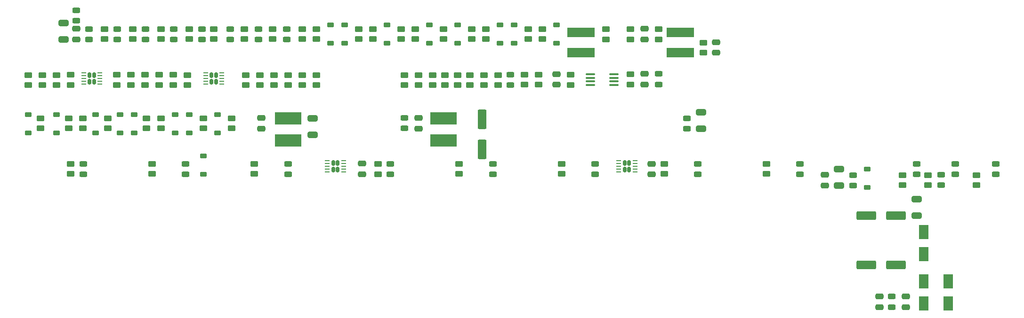
<source format=gbr>
G04 #@! TF.GenerationSoftware,KiCad,Pcbnew,8.0.4-8.0.4-0~ubuntu22.04.1*
G04 #@! TF.CreationDate,2024-08-18T17:22:59+12:00*
G04 #@! TF.ProjectId,PicoPLC,5069636f-504c-4432-9e6b-696361645f70,rev?*
G04 #@! TF.SameCoordinates,Original*
G04 #@! TF.FileFunction,Paste,Top*
G04 #@! TF.FilePolarity,Positive*
%FSLAX46Y46*%
G04 Gerber Fmt 4.6, Leading zero omitted, Abs format (unit mm)*
G04 Created by KiCad (PCBNEW 8.0.4-8.0.4-0~ubuntu22.04.1) date 2024-08-18 17:22:59*
%MOMM*%
%LPD*%
G01*
G04 APERTURE LIST*
G04 Aperture macros list*
%AMRoundRect*
0 Rectangle with rounded corners*
0 $1 Rounding radius*
0 $2 $3 $4 $5 $6 $7 $8 $9 X,Y pos of 4 corners*
0 Add a 4 corners polygon primitive as box body*
4,1,4,$2,$3,$4,$5,$6,$7,$8,$9,$2,$3,0*
0 Add four circle primitives for the rounded corners*
1,1,$1+$1,$2,$3*
1,1,$1+$1,$4,$5*
1,1,$1+$1,$6,$7*
1,1,$1+$1,$8,$9*
0 Add four rect primitives between the rounded corners*
20,1,$1+$1,$2,$3,$4,$5,0*
20,1,$1+$1,$4,$5,$6,$7,0*
20,1,$1+$1,$6,$7,$8,$9,0*
20,1,$1+$1,$8,$9,$2,$3,0*%
G04 Aperture macros list end*
%ADD10RoundRect,0.243750X-0.456250X0.243750X-0.456250X-0.243750X0.456250X-0.243750X0.456250X0.243750X0*%
%ADD11RoundRect,0.250000X-0.650000X0.325000X-0.650000X-0.325000X0.650000X-0.325000X0.650000X0.325000X0*%
%ADD12RoundRect,0.250000X-0.450000X0.262500X-0.450000X-0.262500X0.450000X-0.262500X0.450000X0.262500X0*%
%ADD13R,5.000000X1.800000*%
%ADD14RoundRect,0.225000X-0.375000X0.225000X-0.375000X-0.225000X0.375000X-0.225000X0.375000X0.225000X0*%
%ADD15RoundRect,0.250000X-0.475000X0.250000X-0.475000X-0.250000X0.475000X-0.250000X0.475000X0.250000X0*%
%ADD16RoundRect,0.250000X0.475000X-0.250000X0.475000X0.250000X-0.475000X0.250000X-0.475000X-0.250000X0*%
%ADD17RoundRect,0.250000X0.450000X-0.262500X0.450000X0.262500X-0.450000X0.262500X-0.450000X-0.262500X0*%
%ADD18RoundRect,0.167500X-0.167500X-0.312500X0.167500X-0.312500X0.167500X0.312500X-0.167500X0.312500X0*%
%ADD19RoundRect,0.062500X-0.362500X-0.062500X0.362500X-0.062500X0.362500X0.062500X-0.362500X0.062500X0*%
%ADD20RoundRect,0.250000X1.500000X0.550000X-1.500000X0.550000X-1.500000X-0.550000X1.500000X-0.550000X0*%
%ADD21R,4.800000X2.250000*%
%ADD22R,1.800000X2.500000*%
%ADD23RoundRect,0.250000X0.550000X-1.500000X0.550000X1.500000X-0.550000X1.500000X-0.550000X-1.500000X0*%
%ADD24RoundRect,0.250000X0.650000X-0.325000X0.650000X0.325000X-0.650000X0.325000X-0.650000X-0.325000X0*%
%ADD25RoundRect,0.243750X0.456250X-0.243750X0.456250X0.243750X-0.456250X0.243750X-0.456250X-0.243750X0*%
%ADD26RoundRect,0.100000X-0.712500X-0.100000X0.712500X-0.100000X0.712500X0.100000X-0.712500X0.100000X0*%
G04 APERTURE END LIST*
D10*
X106045000Y-101190000D03*
X106045000Y-103065000D03*
X233345000Y-103065000D03*
X233345000Y-101190000D03*
X85510000Y-76885000D03*
X85510000Y-78760000D03*
D11*
X180340000Y-91875000D03*
X180340000Y-94825000D03*
D12*
X81580000Y-101190000D03*
X81580000Y-103015000D03*
X138765000Y-85182500D03*
X138765000Y-87007500D03*
D10*
X69215000Y-101190000D03*
X69215000Y-103065000D03*
D13*
X158750000Y-77470000D03*
X158750000Y-81170000D03*
D12*
X111125000Y-85182500D03*
X111125000Y-87007500D03*
X133985000Y-76890000D03*
X133985000Y-78715000D03*
D14*
X113665000Y-76152500D03*
X113665000Y-79452500D03*
D15*
X154305000Y-85032500D03*
X154305000Y-86932500D03*
D12*
X64435000Y-85170000D03*
X64435000Y-86995000D03*
D10*
X95670000Y-76885000D03*
X95670000Y-78760000D03*
D12*
X83185000Y-76885000D03*
X83185000Y-78710000D03*
D10*
X105830000Y-76885000D03*
X105830000Y-78760000D03*
D16*
X171450000Y-103090000D03*
X171450000Y-101190000D03*
D14*
X146685000Y-76152500D03*
X146685000Y-79452500D03*
D17*
X221153000Y-105040000D03*
X221153000Y-103215000D03*
D16*
X119380000Y-103065000D03*
X119380000Y-101165000D03*
D17*
X80589154Y-94812500D03*
X80589154Y-92987500D03*
D12*
X111125000Y-76890000D03*
X111125000Y-78715000D03*
D10*
X124460000Y-101190000D03*
X124460000Y-103065000D03*
D12*
X75230000Y-85157500D03*
X75230000Y-86982500D03*
D15*
X212390000Y-125100000D03*
X212390000Y-127000000D03*
X217170000Y-125100000D03*
X217170000Y-127000000D03*
D10*
X90590000Y-76885000D03*
X90590000Y-78760000D03*
D17*
X90805000Y-94812500D03*
X90805000Y-92987500D03*
X95885000Y-94812500D03*
X95885000Y-92987500D03*
D12*
X173720000Y-101190000D03*
X173720000Y-103015000D03*
X121285000Y-76890000D03*
X121285000Y-78715000D03*
X66975000Y-101190000D03*
X66975000Y-103015000D03*
D14*
X93345000Y-92330000D03*
X93345000Y-95630000D03*
D17*
X167640000Y-86882500D03*
X167640000Y-85057500D03*
D18*
X114190000Y-101050000D03*
X114190000Y-102240000D03*
X115010000Y-101050000D03*
X115010000Y-102240000D03*
D19*
X113150000Y-100645000D03*
X113150000Y-101145000D03*
X113150000Y-101645000D03*
X113150000Y-102145000D03*
X113150000Y-102645000D03*
X116050000Y-102645000D03*
X116050000Y-102145000D03*
X116050000Y-101645000D03*
X116050000Y-101145000D03*
X116050000Y-100645000D03*
D20*
X215425000Y-110490000D03*
X210025000Y-110490000D03*
D21*
X133985000Y-97000000D03*
X133985000Y-93000000D03*
D12*
X148590000Y-85090000D03*
X148590000Y-86915000D03*
D17*
X180767000Y-81170000D03*
X180767000Y-79345000D03*
D12*
X128905000Y-76890000D03*
X128905000Y-78715000D03*
D11*
X65705000Y-75790000D03*
X65705000Y-78740000D03*
D10*
X198120000Y-101190000D03*
X198120000Y-103065000D03*
D17*
X100965000Y-87007500D03*
X100965000Y-85182500D03*
D14*
X123825000Y-76152500D03*
X123825000Y-79452500D03*
D12*
X77770000Y-85157500D03*
X77770000Y-86982500D03*
D22*
X220345000Y-113475000D03*
X220345000Y-117475000D03*
D17*
X151130000Y-86927500D03*
X151130000Y-85102500D03*
X66640000Y-94812500D03*
X66640000Y-92987500D03*
D10*
X87630000Y-101190000D03*
X87630000Y-103065000D03*
X80430000Y-76885000D03*
X80430000Y-78760000D03*
D12*
X134285000Y-85182500D03*
X134285000Y-87007500D03*
D10*
X142875000Y-101190000D03*
X142875000Y-103065000D03*
D12*
X80310000Y-85145000D03*
X80310000Y-86970000D03*
D11*
X110490000Y-93000000D03*
X110490000Y-95950000D03*
D14*
X85725000Y-92330000D03*
X85725000Y-95630000D03*
D23*
X140970000Y-98585000D03*
X140970000Y-93185000D03*
D16*
X170180000Y-78742500D03*
X170180000Y-76842500D03*
D12*
X126965000Y-85182500D03*
X126965000Y-87007500D03*
X151765000Y-76890000D03*
X151765000Y-78715000D03*
X92710000Y-76885000D03*
X92710000Y-78710000D03*
X167640000Y-76917500D03*
X167640000Y-78742500D03*
D14*
X64435000Y-92330000D03*
X64435000Y-95630000D03*
D12*
X73025000Y-76885000D03*
X73025000Y-78710000D03*
D10*
X75350000Y-76885000D03*
X75350000Y-78760000D03*
D14*
X59355000Y-92330000D03*
X59355000Y-95630000D03*
D12*
X141305000Y-85182500D03*
X141305000Y-87007500D03*
D20*
X215425000Y-119380000D03*
X210025000Y-119380000D03*
D10*
X172720000Y-84995000D03*
X172720000Y-86870000D03*
D17*
X156845000Y-86945000D03*
X156845000Y-85120000D03*
X163195000Y-78755000D03*
X163195000Y-76930000D03*
D14*
X131445000Y-76152500D03*
X131445000Y-79452500D03*
D15*
X129540000Y-92925000D03*
X129540000Y-94825000D03*
D10*
X177800000Y-93025000D03*
X177800000Y-94900000D03*
D18*
X70375000Y-85222500D03*
X70375000Y-86412500D03*
X71195000Y-85222500D03*
X71195000Y-86412500D03*
D19*
X69335000Y-84817500D03*
X69335000Y-85317500D03*
X69335000Y-85817500D03*
X69335000Y-86317500D03*
X69335000Y-86817500D03*
X72235000Y-86817500D03*
X72235000Y-86317500D03*
X72235000Y-85817500D03*
X72235000Y-85317500D03*
X72235000Y-84817500D03*
D12*
X149225000Y-76890000D03*
X149225000Y-78715000D03*
X129505000Y-85182500D03*
X129505000Y-87007500D03*
X87930000Y-85170000D03*
X87930000Y-86995000D03*
D10*
X179770000Y-101190000D03*
X179770000Y-103065000D03*
D12*
X216535000Y-103202500D03*
X216535000Y-105027500D03*
X98217000Y-76885000D03*
X98217000Y-78710000D03*
D14*
X144145000Y-76152500D03*
X144145000Y-79452500D03*
D16*
X101265000Y-94825000D03*
X101265000Y-92925000D03*
D18*
X92300000Y-85222500D03*
X92300000Y-86412500D03*
X93120000Y-85222500D03*
X93120000Y-86412500D03*
D19*
X91260000Y-84817500D03*
X91260000Y-85317500D03*
X91260000Y-85817500D03*
X91260000Y-86317500D03*
X91260000Y-86817500D03*
X94160000Y-86817500D03*
X94160000Y-86317500D03*
X94160000Y-85817500D03*
X94160000Y-85317500D03*
X94160000Y-84817500D03*
D12*
X126365000Y-76890000D03*
X126365000Y-78715000D03*
X155240000Y-101190000D03*
X155240000Y-103015000D03*
X192135000Y-101190000D03*
X192135000Y-103015000D03*
X78105000Y-76885000D03*
X78105000Y-78710000D03*
D10*
X70270000Y-76885000D03*
X70270000Y-78760000D03*
D12*
X136825000Y-101190000D03*
X136825000Y-103015000D03*
D10*
X219075000Y-103065000D03*
X219075000Y-101190000D03*
D14*
X71420000Y-92330000D03*
X71420000Y-95630000D03*
D10*
X226060000Y-103065000D03*
X226060000Y-101190000D03*
X100750000Y-76885000D03*
X100750000Y-78760000D03*
D12*
X103297000Y-76885000D03*
X103297000Y-78710000D03*
D14*
X75865000Y-92330000D03*
X75865000Y-95630000D03*
D12*
X118745000Y-76890000D03*
X118745000Y-78715000D03*
D14*
X210185000Y-102127500D03*
X210185000Y-105427500D03*
D22*
X224790000Y-126365000D03*
X224790000Y-122365000D03*
D15*
X202565000Y-103177500D03*
X202565000Y-105077500D03*
D13*
X176641500Y-81170000D03*
X176641500Y-77470000D03*
D14*
X78384154Y-92330000D03*
X78384154Y-95630000D03*
D18*
X166595000Y-101050000D03*
X166595000Y-102240000D03*
X167415000Y-101050000D03*
X167415000Y-102240000D03*
D19*
X165555000Y-100645000D03*
X165555000Y-101145000D03*
X165555000Y-101645000D03*
X165555000Y-102145000D03*
X165555000Y-102645000D03*
X168455000Y-102645000D03*
X168455000Y-102145000D03*
X168455000Y-101645000D03*
X168455000Y-101145000D03*
X168455000Y-100645000D03*
D12*
X108585000Y-76885000D03*
X108585000Y-78710000D03*
X108585000Y-85182500D03*
X108585000Y-87007500D03*
D24*
X219112500Y-110490000D03*
X219112500Y-107540000D03*
D12*
X141605000Y-76890000D03*
X141605000Y-78715000D03*
X143845000Y-85182500D03*
X143845000Y-87007500D03*
X88265000Y-76885000D03*
X88265000Y-78710000D03*
D15*
X183053000Y-81170000D03*
X183053000Y-79270000D03*
D12*
X98425000Y-85182500D03*
X98425000Y-87007500D03*
D11*
X205105000Y-102127500D03*
X205105000Y-105077500D03*
D12*
X106045000Y-85182500D03*
X106045000Y-87007500D03*
X122220000Y-101240000D03*
X122220000Y-103065000D03*
X82850000Y-85157500D03*
X82850000Y-86982500D03*
D14*
X116205000Y-76152500D03*
X116205000Y-79452500D03*
D17*
X69180000Y-94812500D03*
X69180000Y-92987500D03*
D12*
X132045000Y-85182500D03*
X132045000Y-87007500D03*
X136525000Y-85182500D03*
X136525000Y-87007500D03*
X59355000Y-85170000D03*
X59355000Y-86995000D03*
D17*
X172720000Y-78740000D03*
X172720000Y-76915000D03*
D10*
X161290000Y-101190000D03*
X161290000Y-103065000D03*
D14*
X90805000Y-99765000D03*
X90805000Y-103065000D03*
D17*
X61560000Y-94812500D03*
X61560000Y-92987500D03*
D14*
X154305000Y-76152500D03*
X154305000Y-79452500D03*
D12*
X99995000Y-101190000D03*
X99995000Y-103015000D03*
D10*
X127000000Y-92925000D03*
X127000000Y-94800000D03*
D25*
X214630000Y-127000000D03*
X214630000Y-125125000D03*
D21*
X106045000Y-93000000D03*
X106045000Y-97000000D03*
D10*
X146050000Y-85120000D03*
X146050000Y-86995000D03*
D25*
X207645000Y-105077500D03*
X207645000Y-103202500D03*
D12*
X85390000Y-85157500D03*
X85390000Y-86982500D03*
D14*
X136525000Y-76152500D03*
X136525000Y-79452500D03*
D26*
X160447500Y-85046285D03*
X160447500Y-85696285D03*
X160447500Y-86346285D03*
X160447500Y-86996285D03*
X164672500Y-86996285D03*
X164672500Y-86346285D03*
X164672500Y-85696285D03*
X164672500Y-85046285D03*
D12*
X139065000Y-76890000D03*
X139065000Y-78715000D03*
D10*
X223520000Y-103152500D03*
X223520000Y-105027500D03*
D15*
X170180000Y-84970000D03*
X170180000Y-86870000D03*
D14*
X88265000Y-92330000D03*
X88265000Y-95630000D03*
D22*
X220345000Y-126365000D03*
X220345000Y-122365000D03*
D12*
X229870000Y-103227500D03*
X229870000Y-105052500D03*
D17*
X73625000Y-94812500D03*
X73625000Y-92987500D03*
X83185000Y-94812500D03*
X83185000Y-92987500D03*
D10*
X67991000Y-73484500D03*
X67991000Y-75359500D03*
D15*
X67991000Y-76860000D03*
X67991000Y-78760000D03*
D12*
X103505000Y-85182500D03*
X103505000Y-87007500D03*
D17*
X61895000Y-87007500D03*
X61895000Y-85182500D03*
D12*
X66975000Y-85157500D03*
X66975000Y-86982500D03*
M02*

</source>
